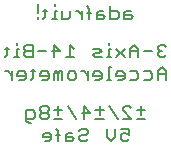
<source format=gbr>
G04 EAGLE Gerber RS-274X export*
G75*
%MOMM*%
%FSLAX34Y34*%
%LPD*%
%INSilkscreen Bottom*%
%IPPOS*%
%AMOC8*
5,1,8,0,0,1.08239X$1,22.5*%
G01*
%ADD10C,0.203200*%


D10*
X170748Y123579D02*
X168968Y125358D01*
X165409Y125358D01*
X163630Y123579D01*
X163630Y121799D01*
X165409Y120020D01*
X167189Y120020D01*
X165409Y120020D02*
X163630Y118240D01*
X163630Y116461D01*
X165409Y114681D01*
X168968Y114681D01*
X170748Y116461D01*
X159054Y120020D02*
X151936Y120020D01*
X147360Y121799D02*
X147360Y114681D01*
X147360Y121799D02*
X143801Y125358D01*
X140242Y121799D01*
X140242Y114681D01*
X140242Y120020D02*
X147360Y120020D01*
X135666Y121799D02*
X128548Y114681D01*
X135666Y114681D02*
X128548Y121799D01*
X123972Y121799D02*
X122193Y121799D01*
X122193Y114681D01*
X123972Y114681D02*
X120413Y114681D01*
X122193Y125358D02*
X122193Y127138D01*
X116176Y114681D02*
X110838Y114681D01*
X109058Y116461D01*
X110838Y118240D01*
X114397Y118240D01*
X116176Y120020D01*
X114397Y121799D01*
X109058Y121799D01*
X92788Y121799D02*
X89229Y125358D01*
X89229Y114681D01*
X92788Y114681D02*
X85670Y114681D01*
X75756Y114681D02*
X75756Y125358D01*
X81094Y120020D01*
X73976Y120020D01*
X69400Y120020D02*
X62282Y120020D01*
X57706Y125358D02*
X57706Y114681D01*
X57706Y125358D02*
X52368Y125358D01*
X50588Y123579D01*
X50588Y121799D01*
X52368Y120020D01*
X50588Y118240D01*
X50588Y116461D01*
X52368Y114681D01*
X57706Y114681D01*
X57706Y120020D02*
X52368Y120020D01*
X46012Y121799D02*
X44233Y121799D01*
X44233Y114681D01*
X46012Y114681D02*
X42453Y114681D01*
X44233Y125358D02*
X44233Y127138D01*
X36437Y123579D02*
X36437Y116461D01*
X34657Y114681D01*
X34657Y121799D02*
X38216Y121799D01*
X170748Y102749D02*
X170748Y95631D01*
X170748Y102749D02*
X167189Y106308D01*
X163630Y102749D01*
X163630Y95631D01*
X163630Y100970D02*
X170748Y100970D01*
X157275Y102749D02*
X151936Y102749D01*
X157275Y102749D02*
X159054Y100970D01*
X159054Y97411D01*
X157275Y95631D01*
X151936Y95631D01*
X145581Y102749D02*
X140242Y102749D01*
X145581Y102749D02*
X147360Y100970D01*
X147360Y97411D01*
X145581Y95631D01*
X140242Y95631D01*
X133887Y95631D02*
X130328Y95631D01*
X133887Y95631D02*
X135666Y97411D01*
X135666Y100970D01*
X133887Y102749D01*
X130328Y102749D01*
X128548Y100970D01*
X128548Y99190D01*
X135666Y99190D01*
X123972Y106308D02*
X122193Y106308D01*
X122193Y95631D01*
X123972Y95631D02*
X120413Y95631D01*
X114397Y95631D02*
X110838Y95631D01*
X114397Y95631D02*
X116176Y97411D01*
X116176Y100970D01*
X114397Y102749D01*
X110838Y102749D01*
X109058Y100970D01*
X109058Y99190D01*
X116176Y99190D01*
X104482Y95631D02*
X104482Y102749D01*
X104482Y99190D02*
X100923Y102749D01*
X99144Y102749D01*
X92958Y95631D02*
X89399Y95631D01*
X87619Y97411D01*
X87619Y100970D01*
X89399Y102749D01*
X92958Y102749D01*
X94737Y100970D01*
X94737Y97411D01*
X92958Y95631D01*
X83043Y95631D02*
X83043Y102749D01*
X81264Y102749D01*
X79484Y100970D01*
X79484Y95631D01*
X79484Y100970D02*
X77705Y102749D01*
X75925Y100970D01*
X75925Y95631D01*
X69570Y95631D02*
X66011Y95631D01*
X69570Y95631D02*
X71349Y97411D01*
X71349Y100970D01*
X69570Y102749D01*
X66011Y102749D01*
X64231Y100970D01*
X64231Y99190D01*
X71349Y99190D01*
X57876Y97411D02*
X57876Y104529D01*
X57876Y97411D02*
X56096Y95631D01*
X56096Y102749D02*
X59655Y102749D01*
X50080Y95631D02*
X46521Y95631D01*
X50080Y95631D02*
X51859Y97411D01*
X51859Y100970D01*
X50080Y102749D01*
X46521Y102749D01*
X44741Y100970D01*
X44741Y99190D01*
X51859Y99190D01*
X40165Y95631D02*
X40165Y102749D01*
X40165Y99190D02*
X36606Y102749D01*
X34827Y102749D01*
X146089Y62611D02*
X153207Y62611D01*
X153207Y69729D02*
X146089Y69729D01*
X149648Y73288D02*
X149648Y66170D01*
X141513Y62611D02*
X134395Y62611D01*
X141513Y62611D02*
X134395Y69729D01*
X134395Y71509D01*
X136174Y73288D01*
X139734Y73288D01*
X141513Y71509D01*
X129819Y62611D02*
X122701Y73288D01*
X118125Y62611D02*
X111007Y62611D01*
X111007Y69729D02*
X118125Y69729D01*
X114566Y73288D02*
X114566Y66170D01*
X101093Y62611D02*
X101093Y73288D01*
X106431Y67950D01*
X99313Y67950D01*
X94737Y62611D02*
X87619Y73288D01*
X83043Y62611D02*
X75925Y62611D01*
X75925Y69729D02*
X83043Y69729D01*
X79484Y73288D02*
X79484Y66170D01*
X71349Y71509D02*
X69570Y73288D01*
X66011Y73288D01*
X64231Y71509D01*
X64231Y69729D01*
X66011Y67950D01*
X64231Y66170D01*
X64231Y64391D01*
X66011Y62611D01*
X69570Y62611D01*
X71349Y64391D01*
X71349Y66170D01*
X69570Y67950D01*
X71349Y69729D01*
X71349Y71509D01*
X69570Y67950D02*
X66011Y67950D01*
X56096Y59052D02*
X54317Y59052D01*
X52537Y60832D01*
X52537Y69729D01*
X57876Y69729D01*
X59655Y67950D01*
X59655Y64391D01*
X57876Y62611D01*
X52537Y62611D01*
X132446Y54238D02*
X139564Y54238D01*
X139564Y48900D01*
X136005Y50679D01*
X134225Y50679D01*
X132446Y48900D01*
X132446Y45341D01*
X134225Y43561D01*
X137784Y43561D01*
X139564Y45341D01*
X127870Y47120D02*
X127870Y54238D01*
X127870Y47120D02*
X124311Y43561D01*
X120752Y47120D01*
X120752Y54238D01*
X99144Y54238D02*
X97364Y52459D01*
X99144Y54238D02*
X102703Y54238D01*
X104482Y52459D01*
X104482Y50679D01*
X102703Y48900D01*
X99144Y48900D01*
X97364Y47120D01*
X97364Y45341D01*
X99144Y43561D01*
X102703Y43561D01*
X104482Y45341D01*
X91009Y50679D02*
X87450Y50679D01*
X85670Y48900D01*
X85670Y43561D01*
X91009Y43561D01*
X92788Y45341D01*
X91009Y47120D01*
X85670Y47120D01*
X79315Y43561D02*
X79315Y52459D01*
X77535Y54238D01*
X77535Y48900D02*
X81094Y48900D01*
X71519Y43561D02*
X67960Y43561D01*
X71519Y43561D02*
X73298Y45341D01*
X73298Y48900D01*
X71519Y50679D01*
X67960Y50679D01*
X66180Y48900D01*
X66180Y47120D01*
X73298Y47120D01*
X137149Y154184D02*
X140708Y154184D01*
X137149Y154184D02*
X135369Y152405D01*
X135369Y147066D01*
X140708Y147066D01*
X142487Y148846D01*
X140708Y150625D01*
X135369Y150625D01*
X123675Y147066D02*
X123675Y157743D01*
X123675Y147066D02*
X129014Y147066D01*
X130794Y148846D01*
X130794Y152405D01*
X129014Y154184D01*
X123675Y154184D01*
X117320Y154184D02*
X113761Y154184D01*
X111981Y152405D01*
X111981Y147066D01*
X117320Y147066D01*
X119100Y148846D01*
X117320Y150625D01*
X111981Y150625D01*
X105626Y147066D02*
X105626Y155964D01*
X103847Y157743D01*
X103847Y152405D02*
X107406Y152405D01*
X99610Y154184D02*
X99610Y147066D01*
X99610Y150625D02*
X96051Y154184D01*
X94271Y154184D01*
X89865Y154184D02*
X89865Y148846D01*
X88085Y147066D01*
X82747Y147066D01*
X82747Y154184D01*
X78171Y154184D02*
X76391Y154184D01*
X76391Y147066D01*
X74612Y147066D02*
X78171Y147066D01*
X76391Y157743D02*
X76391Y159523D01*
X68595Y155964D02*
X68595Y148846D01*
X66816Y147066D01*
X66816Y154184D02*
X70375Y154184D01*
X62579Y148846D02*
X62579Y147066D01*
X62579Y152405D02*
X62579Y159523D01*
M02*

</source>
